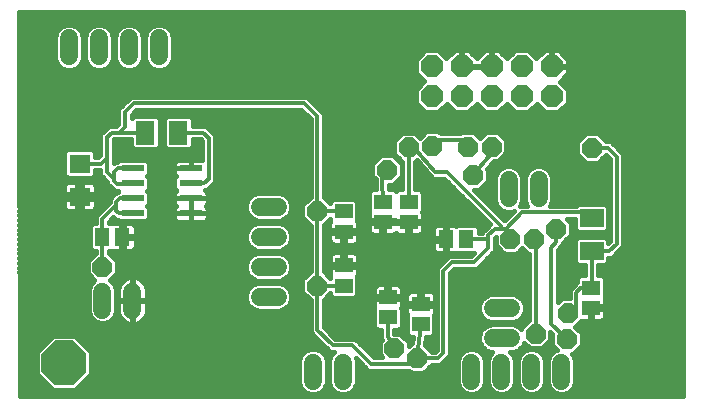
<source format=gbl>
G75*
G70*
%OFA0B0*%
%FSLAX24Y24*%
%IPPOS*%
%LPD*%
%AMOC8*
5,1,8,0,0,1.08239X$1,22.5*
%
%ADD10R,0.0787X0.0630*%
%ADD11R,0.0591X0.0512*%
%ADD12OC8,0.0740*%
%ADD13R,0.0780X0.0220*%
%ADD14R,0.0630X0.0787*%
%ADD15R,0.0709X0.0630*%
%ADD16C,0.0600*%
%ADD17R,0.0512X0.0591*%
%ADD18OC8,0.0660*%
%ADD19C,0.0160*%
%ADD20C,0.0120*%
%ADD21OC8,0.1500*%
D10*
X020223Y006487D03*
X020223Y007589D03*
D11*
X020204Y005267D03*
X020204Y004597D03*
X014526Y004715D03*
X014526Y004046D03*
X013432Y004274D03*
X013432Y004944D03*
X011963Y005337D03*
X011963Y006007D03*
X011960Y007137D03*
X011960Y007806D03*
X013263Y008137D03*
X014133Y008125D03*
X014133Y007456D03*
X013263Y007467D03*
D12*
X014897Y011645D03*
X015897Y011645D03*
X016897Y011645D03*
X017897Y011645D03*
X018897Y011645D03*
X018897Y012645D03*
X017897Y012645D03*
X016897Y012645D03*
X015897Y012645D03*
X014897Y012645D03*
D13*
X006863Y009245D03*
X006863Y008745D03*
X006863Y008245D03*
X006863Y007745D03*
X004923Y007745D03*
X004923Y008245D03*
X004923Y008745D03*
X004923Y009245D03*
D14*
X005349Y010436D03*
X006452Y010436D03*
D15*
X003160Y009404D03*
X003160Y008302D03*
D16*
X003920Y005137D02*
X003920Y004537D01*
X004920Y004537D02*
X004920Y005137D01*
X009160Y004963D02*
X009760Y004963D01*
X009760Y005963D02*
X009160Y005963D01*
X009160Y006963D02*
X009760Y006963D01*
X009760Y007963D02*
X009160Y007963D01*
X016943Y004582D02*
X017543Y004582D01*
X017543Y003582D02*
X016943Y003582D01*
X017215Y002771D02*
X017215Y002171D01*
X016215Y002171D02*
X016215Y002771D01*
X018215Y002771D02*
X018215Y002171D01*
X019215Y002171D02*
X019215Y002771D01*
X011936Y002767D02*
X011936Y002167D01*
X010936Y002167D02*
X010936Y002767D01*
X017456Y008250D02*
X017456Y008850D01*
X018456Y008850D02*
X018456Y008250D01*
X005802Y012978D02*
X005802Y013578D01*
X004802Y013578D02*
X004802Y012978D01*
X003802Y012978D02*
X003802Y013578D01*
X002802Y013578D02*
X002802Y012978D01*
D17*
X003916Y006956D03*
X004586Y006956D03*
X015369Y006885D03*
X016038Y006885D03*
D18*
X017519Y006885D03*
X018298Y006877D03*
X019042Y007235D03*
X017499Y005668D03*
X019432Y004416D03*
X019408Y003542D03*
X018361Y003731D03*
X014956Y002215D03*
X014420Y002916D03*
X013645Y003243D03*
X011826Y004089D03*
X011074Y005337D03*
X011074Y007814D03*
X013404Y009188D03*
X013294Y009952D03*
X014121Y009940D03*
X014916Y010003D03*
X016093Y009971D03*
X016893Y009971D03*
X016274Y009015D03*
X020235Y009924D03*
X003912Y005952D03*
D19*
X001159Y001669D02*
X001159Y001660D01*
X023274Y001660D01*
X023256Y014458D01*
X023256Y014458D01*
X023256Y014468D01*
X001141Y014468D01*
X001159Y001669D01*
X001159Y001669D01*
X001159Y001814D02*
X010639Y001814D01*
X010675Y001777D02*
X010844Y001707D01*
X011027Y001707D01*
X011196Y001777D01*
X011326Y001907D01*
X011396Y002076D01*
X011396Y002859D01*
X011326Y003028D01*
X011196Y003157D01*
X011027Y003227D01*
X010844Y003227D01*
X010675Y003157D01*
X010546Y003028D01*
X010476Y002859D01*
X010476Y002076D01*
X010546Y001907D01*
X010675Y001777D01*
X010519Y001973D02*
X003133Y001973D01*
X003010Y001849D02*
X003543Y002382D01*
X003543Y003136D01*
X003010Y003669D01*
X002256Y003669D01*
X001723Y003136D01*
X001723Y002382D01*
X002256Y001849D01*
X003010Y001849D01*
X003292Y002131D02*
X010476Y002131D01*
X010476Y002290D02*
X003450Y002290D01*
X003543Y002448D02*
X010476Y002448D01*
X010476Y002607D02*
X003543Y002607D01*
X003543Y002765D02*
X010476Y002765D01*
X010503Y002924D02*
X003543Y002924D01*
X003543Y003082D02*
X010600Y003082D01*
X011070Y003558D02*
X003121Y003558D01*
X003279Y003399D02*
X011229Y003399D01*
X011387Y003241D02*
X003438Y003241D01*
X003829Y004077D02*
X004012Y004077D01*
X004181Y004148D01*
X004310Y004277D01*
X004380Y004446D01*
X004380Y005229D01*
X004310Y005398D01*
X004181Y005527D01*
X004402Y005749D01*
X004402Y006155D01*
X004132Y006425D01*
X004132Y006500D01*
X004238Y006500D01*
X004241Y006503D01*
X004260Y006493D01*
X004306Y006480D01*
X004538Y006480D01*
X004538Y006908D01*
X004633Y006908D01*
X004633Y006480D01*
X004865Y006480D01*
X004911Y006493D01*
X004952Y006516D01*
X004985Y006550D01*
X005009Y006591D01*
X005021Y006637D01*
X005021Y006908D01*
X004633Y006908D01*
X004633Y007004D01*
X004538Y007004D01*
X004538Y007431D01*
X004306Y007431D01*
X004260Y007419D01*
X004241Y007408D01*
X004238Y007411D01*
X004136Y007411D01*
X004136Y007467D01*
X004284Y007615D01*
X004376Y007523D01*
X004418Y007523D01*
X004466Y007475D01*
X005379Y007475D01*
X005473Y007569D01*
X005473Y007921D01*
X005399Y007995D01*
X005473Y008069D01*
X005473Y008421D01*
X005399Y008495D01*
X005473Y008569D01*
X005473Y008921D01*
X005399Y008995D01*
X005473Y009069D01*
X005473Y009421D01*
X005379Y009515D01*
X004466Y009515D01*
X004416Y009465D01*
X004343Y009465D01*
X004290Y009412D01*
X004290Y010191D01*
X004314Y010216D01*
X004874Y010216D01*
X004874Y009976D01*
X004968Y009882D01*
X005731Y009882D01*
X005824Y009976D01*
X005824Y010896D01*
X005731Y010990D01*
X004968Y010990D01*
X004888Y010910D01*
X004888Y011034D01*
X005051Y011196D01*
X010542Y011196D01*
X010854Y010884D01*
X010854Y008287D01*
X010584Y008017D01*
X010584Y007611D01*
X010857Y007338D01*
X010854Y005811D01*
X010584Y005540D01*
X010584Y005135D01*
X010854Y004865D01*
X010854Y003774D01*
X010983Y003645D01*
X011498Y003129D01*
X011647Y003129D01*
X011546Y003028D01*
X011476Y002859D01*
X011476Y002076D01*
X011546Y001907D01*
X011675Y001777D01*
X011844Y001707D01*
X012027Y001707D01*
X012196Y001777D01*
X012326Y001907D01*
X012396Y002076D01*
X012396Y002859D01*
X012374Y002911D01*
X012782Y002503D01*
X014140Y002503D01*
X014217Y002426D01*
X014623Y002426D01*
X014893Y002696D01*
X015185Y002696D01*
X015313Y002825D01*
X015502Y003014D01*
X015502Y005746D01*
X015649Y005893D01*
X016393Y005893D01*
X016522Y006022D01*
X016998Y006498D01*
X016998Y006924D01*
X017029Y006954D01*
X017029Y006682D01*
X017316Y006395D01*
X017722Y006395D01*
X017904Y006578D01*
X018095Y006387D01*
X018141Y006387D01*
X018141Y004204D01*
X017871Y003934D01*
X017871Y003904D01*
X017804Y003972D01*
X017634Y004042D01*
X016851Y004042D01*
X016682Y003972D01*
X016553Y003842D01*
X016483Y003673D01*
X016483Y003490D01*
X016553Y003321D01*
X016682Y003192D01*
X016851Y003122D01*
X016915Y003122D01*
X016825Y003032D01*
X016755Y002863D01*
X016755Y002080D01*
X016825Y001911D01*
X016955Y001781D01*
X017124Y001711D01*
X017307Y001711D01*
X017476Y001781D01*
X017605Y001911D01*
X017675Y002080D01*
X017675Y002863D01*
X017605Y003032D01*
X017516Y003122D01*
X017634Y003122D01*
X017804Y003192D01*
X017933Y003321D01*
X017976Y003424D01*
X018158Y003241D01*
X018564Y003241D01*
X018851Y003528D01*
X018851Y003788D01*
X018918Y003721D01*
X018918Y003339D01*
X019055Y003203D01*
X018955Y003161D01*
X018825Y003032D01*
X018755Y002863D01*
X018755Y002080D01*
X018825Y001911D01*
X018955Y001781D01*
X019124Y001711D01*
X019307Y001711D01*
X019476Y001781D01*
X019605Y001911D01*
X019675Y002080D01*
X019675Y002863D01*
X019605Y003032D01*
X019585Y003052D01*
X019611Y003052D01*
X019898Y003339D01*
X019898Y003745D01*
X019676Y003967D01*
X019873Y004164D01*
X019885Y004161D01*
X020156Y004161D01*
X020156Y004549D01*
X020252Y004549D01*
X020252Y004645D01*
X020679Y004645D01*
X020679Y004877D01*
X020667Y004923D01*
X020656Y004941D01*
X020659Y004944D01*
X020659Y005589D01*
X020565Y005683D01*
X020443Y005683D01*
X020443Y006012D01*
X020683Y006012D01*
X020777Y006106D01*
X020777Y006267D01*
X020905Y006267D01*
X021149Y006511D01*
X021278Y006640D01*
X021278Y009724D01*
X020987Y010015D01*
X020858Y010144D01*
X020708Y010144D01*
X020438Y010414D01*
X020032Y010414D01*
X019745Y010127D01*
X019745Y009721D01*
X020032Y009434D01*
X020438Y009434D01*
X020692Y009688D01*
X020838Y009542D01*
X020838Y006822D01*
X020777Y006761D01*
X020777Y006868D01*
X020683Y006962D01*
X019763Y006962D01*
X019670Y006868D01*
X019670Y006106D01*
X019763Y006012D01*
X020003Y006012D01*
X020003Y005683D01*
X019842Y005683D01*
X019748Y005589D01*
X019748Y005445D01*
X019633Y005330D01*
X019488Y005185D01*
X019488Y004906D01*
X019229Y004906D01*
X019105Y004782D01*
X019105Y006511D01*
X019208Y006645D01*
X019262Y006699D01*
X019262Y006715D01*
X019272Y006728D01*
X019267Y006767D01*
X019532Y007032D01*
X019532Y007438D01*
X019416Y007554D01*
X019670Y007554D01*
X019670Y007208D01*
X019763Y007114D01*
X020683Y007114D01*
X020777Y007208D01*
X020777Y007971D01*
X020683Y008064D01*
X019763Y008064D01*
X019693Y007994D01*
X018848Y007994D01*
X018916Y008159D01*
X018916Y008942D01*
X018846Y009111D01*
X018716Y009240D01*
X018547Y009310D01*
X018364Y009310D01*
X018195Y009240D01*
X018066Y009111D01*
X017996Y008942D01*
X017996Y008159D01*
X018064Y007994D01*
X017848Y007994D01*
X017916Y008159D01*
X017916Y008942D01*
X017846Y009111D01*
X017716Y009240D01*
X017547Y009310D01*
X017364Y009310D01*
X017195Y009240D01*
X017066Y009111D01*
X016996Y008942D01*
X016996Y008159D01*
X017066Y007990D01*
X017195Y007860D01*
X017364Y007790D01*
X017547Y007790D01*
X017653Y007834D01*
X017330Y007511D01*
X017310Y007530D01*
X016316Y008525D01*
X016477Y008525D01*
X016764Y008812D01*
X016764Y009218D01*
X016749Y009233D01*
X016961Y009481D01*
X017096Y009481D01*
X017383Y009768D01*
X017383Y010174D01*
X017096Y010461D01*
X016690Y010461D01*
X016493Y010265D01*
X016296Y010461D01*
X015890Y010461D01*
X015845Y010416D01*
X015196Y010416D01*
X015119Y010493D01*
X014713Y010493D01*
X014487Y010267D01*
X014324Y010430D01*
X013918Y010430D01*
X013631Y010143D01*
X013631Y009737D01*
X013904Y009464D01*
X013910Y008541D01*
X013771Y008541D01*
X013704Y008473D01*
X013624Y008553D01*
X013476Y008553D01*
X013474Y008698D01*
X013607Y008698D01*
X013894Y008985D01*
X013894Y009391D01*
X013607Y009678D01*
X013201Y009678D01*
X012914Y009391D01*
X012914Y008985D01*
X013026Y008873D01*
X013031Y008857D01*
X013036Y008553D01*
X012901Y008553D01*
X012807Y008459D01*
X012807Y007815D01*
X012810Y007811D01*
X012800Y007793D01*
X012787Y007747D01*
X012787Y007515D01*
X013215Y007515D01*
X013215Y007419D01*
X013311Y007419D01*
X013311Y007031D01*
X013582Y007031D01*
X013627Y007044D01*
X013668Y007067D01*
X013692Y007091D01*
X013693Y007089D01*
X013727Y007056D01*
X013768Y007032D01*
X013814Y007020D01*
X014085Y007020D01*
X014085Y007408D01*
X013738Y007408D01*
X013738Y007419D01*
X013311Y007419D01*
X013311Y007515D01*
X013657Y007515D01*
X013657Y007504D01*
X014085Y007504D01*
X014085Y007408D01*
X014181Y007408D01*
X014181Y007504D01*
X014608Y007504D01*
X014608Y007735D01*
X014596Y007781D01*
X014585Y007800D01*
X014588Y007803D01*
X014588Y008447D01*
X014494Y008541D01*
X014350Y008541D01*
X014344Y009470D01*
X014387Y009513D01*
X014795Y009043D01*
X014795Y009034D01*
X014854Y008975D01*
X014908Y008912D01*
X014917Y008911D01*
X014924Y008905D01*
X015007Y008905D01*
X015090Y008899D01*
X015097Y008905D01*
X015313Y008905D01*
X016835Y007383D01*
X016687Y007235D01*
X016558Y007106D01*
X016558Y007105D01*
X016454Y007105D01*
X016454Y007246D01*
X016360Y007340D01*
X015716Y007340D01*
X015713Y007337D01*
X015694Y007348D01*
X015649Y007360D01*
X015417Y007360D01*
X015417Y006933D01*
X015321Y006933D01*
X015321Y007360D01*
X015089Y007360D01*
X015044Y007348D01*
X015003Y007324D01*
X014969Y007291D01*
X014945Y007249D01*
X014933Y007204D01*
X014933Y006933D01*
X015321Y006933D01*
X015321Y006837D01*
X014933Y006837D01*
X014933Y006566D01*
X014945Y006520D01*
X014969Y006479D01*
X015003Y006445D01*
X015044Y006422D01*
X015089Y006409D01*
X015321Y006409D01*
X015321Y006837D01*
X015417Y006837D01*
X015417Y006409D01*
X015649Y006409D01*
X015694Y006422D01*
X015713Y006433D01*
X015716Y006429D01*
X016307Y006429D01*
X016211Y006333D01*
X015467Y006333D01*
X015191Y006057D01*
X015062Y005929D01*
X015062Y003196D01*
X015002Y003136D01*
X014893Y003136D01*
X014682Y003348D01*
X014708Y003630D01*
X014888Y003630D01*
X014982Y003724D01*
X014982Y004368D01*
X014979Y004371D01*
X014989Y004390D01*
X015002Y004436D01*
X015002Y004667D01*
X015062Y004667D01*
X015002Y004667D02*
X014574Y004667D01*
X014574Y004763D01*
X014479Y004763D01*
X014478Y004763D02*
X014478Y004667D01*
X014051Y004667D01*
X013907Y004667D01*
X013907Y004664D02*
X013907Y004896D01*
X013480Y004896D01*
X013480Y004992D01*
X013384Y004992D01*
X013384Y005380D01*
X013113Y005380D01*
X013067Y005367D01*
X013026Y005344D01*
X012993Y005310D01*
X012969Y005269D01*
X012957Y005223D01*
X012957Y004992D01*
X013384Y004992D01*
X013384Y004896D01*
X012957Y004896D01*
X012957Y004664D01*
X012969Y004618D01*
X012980Y004600D01*
X012977Y004597D01*
X012977Y003952D01*
X013070Y003859D01*
X013212Y003859D01*
X013212Y003642D01*
X013196Y003582D01*
X013212Y003554D01*
X013212Y003522D01*
X013221Y003513D01*
X013155Y003446D01*
X013155Y003040D01*
X013251Y002943D01*
X012964Y002943D01*
X012467Y003440D01*
X012338Y003569D01*
X011681Y003569D01*
X011294Y003956D01*
X011294Y004865D01*
X011508Y005079D01*
X011508Y005015D01*
X011602Y004922D01*
X012325Y004922D01*
X012419Y005015D01*
X012419Y005660D01*
X012416Y005663D01*
X012426Y005681D01*
X012439Y005727D01*
X012439Y005959D01*
X012011Y005959D01*
X012011Y006055D01*
X011916Y006055D01*
X011916Y006443D01*
X011644Y006443D01*
X011599Y006430D01*
X011558Y006407D01*
X011524Y006373D01*
X011500Y006332D01*
X011488Y006286D01*
X011488Y006055D01*
X011916Y006055D01*
X011916Y005959D01*
X011488Y005959D01*
X011488Y005727D01*
X011500Y005681D01*
X011511Y005663D01*
X011508Y005660D01*
X011508Y005596D01*
X011294Y005810D01*
X011297Y007344D01*
X011504Y007551D01*
X011504Y007484D01*
X011507Y007481D01*
X011497Y007462D01*
X011484Y007416D01*
X011484Y007185D01*
X011912Y007185D01*
X011912Y007089D01*
X012007Y007089D01*
X012007Y006701D01*
X012279Y006701D01*
X012324Y006713D01*
X012365Y006737D01*
X012399Y006770D01*
X012423Y006811D01*
X012435Y006857D01*
X012435Y007089D01*
X012007Y007089D01*
X012007Y007185D01*
X012435Y007185D01*
X012435Y007416D01*
X012423Y007462D01*
X012412Y007481D01*
X012415Y007484D01*
X012415Y008128D01*
X012321Y008222D01*
X011598Y008222D01*
X011504Y008128D01*
X011504Y008076D01*
X011294Y008287D01*
X011294Y011066D01*
X011165Y011195D01*
X010853Y011507D01*
X010853Y011507D01*
X010724Y011636D01*
X004868Y011636D01*
X004577Y011345D01*
X004448Y011216D01*
X004448Y010720D01*
X004384Y010656D01*
X004132Y010656D01*
X003979Y010502D01*
X003850Y010373D01*
X001147Y010373D01*
X001147Y010215D02*
X003850Y010215D01*
X003850Y010373D02*
X003850Y009688D01*
X003786Y009624D01*
X003675Y009624D01*
X003675Y009786D01*
X003581Y009879D01*
X002740Y009879D01*
X002646Y009786D01*
X002646Y009023D01*
X002740Y008929D01*
X003581Y008929D01*
X003675Y009023D01*
X003675Y009184D01*
X003850Y009184D01*
X003850Y009026D01*
X004082Y008794D01*
X004082Y008738D01*
X004192Y008628D01*
X004321Y008499D01*
X004442Y008499D01*
X004446Y008495D01*
X004416Y008465D01*
X004406Y008465D01*
X004286Y008345D01*
X004157Y008216D01*
X004157Y008110D01*
X003696Y007649D01*
X003696Y007411D01*
X003594Y007411D01*
X003500Y007317D01*
X003500Y006594D01*
X003594Y006500D01*
X003692Y006500D01*
X003692Y006425D01*
X003422Y006155D01*
X003422Y005749D01*
X003652Y005519D01*
X003530Y005398D01*
X003460Y005229D01*
X003460Y004446D01*
X003530Y004277D01*
X003660Y004148D01*
X003829Y004077D01*
X003616Y004192D02*
X001156Y004192D01*
X001155Y004350D02*
X003500Y004350D01*
X003460Y004509D02*
X001155Y004509D01*
X001155Y004667D02*
X003460Y004667D01*
X003460Y004826D02*
X001155Y004826D01*
X001155Y004984D02*
X003460Y004984D01*
X003460Y005143D02*
X001154Y005143D01*
X001154Y005301D02*
X003490Y005301D01*
X003592Y005460D02*
X001154Y005460D01*
X001154Y005618D02*
X003553Y005618D01*
X003422Y005777D02*
X001153Y005777D01*
X001153Y005935D02*
X003422Y005935D01*
X003422Y006094D02*
X001153Y006094D01*
X001153Y006252D02*
X003520Y006252D01*
X003678Y006411D02*
X001153Y006411D01*
X001152Y006569D02*
X003525Y006569D01*
X003500Y006728D02*
X001152Y006728D01*
X001152Y006886D02*
X003500Y006886D01*
X003500Y007045D02*
X001152Y007045D01*
X001151Y007203D02*
X003500Y007203D01*
X003545Y007362D02*
X001151Y007362D01*
X001151Y007520D02*
X003696Y007520D01*
X003726Y007679D02*
X001151Y007679D01*
X001150Y007837D02*
X002706Y007837D01*
X002695Y007843D02*
X002737Y007819D01*
X002782Y007807D01*
X003083Y007807D01*
X003083Y008225D01*
X002626Y008225D01*
X002626Y007963D01*
X002638Y007918D01*
X002662Y007877D01*
X002695Y007843D01*
X002626Y007996D02*
X001150Y007996D01*
X001150Y008154D02*
X002626Y008154D01*
X002626Y008380D02*
X003083Y008380D01*
X003083Y008797D01*
X002782Y008797D01*
X002737Y008785D01*
X002695Y008761D01*
X002662Y008728D01*
X002638Y008686D01*
X002626Y008641D01*
X002626Y008380D01*
X002626Y008471D02*
X001150Y008471D01*
X001150Y008313D02*
X003083Y008313D01*
X003083Y008380D02*
X003083Y008225D01*
X003238Y008225D01*
X003238Y008380D01*
X003083Y008380D01*
X003083Y008471D02*
X003238Y008471D01*
X003238Y008380D02*
X003238Y008797D01*
X003538Y008797D01*
X003584Y008785D01*
X003625Y008761D01*
X003659Y008728D01*
X003682Y008686D01*
X003695Y008641D01*
X003695Y008380D01*
X003238Y008380D01*
X003238Y008313D02*
X004253Y008313D01*
X004157Y008154D02*
X003695Y008154D01*
X003695Y008225D02*
X003695Y007963D01*
X003682Y007918D01*
X003659Y007877D01*
X003625Y007843D01*
X003584Y007819D01*
X003538Y007807D01*
X003238Y007807D01*
X003238Y008225D01*
X003695Y008225D01*
X003695Y007996D02*
X004043Y007996D01*
X003884Y007837D02*
X003615Y007837D01*
X003238Y007837D02*
X003083Y007837D01*
X003083Y007996D02*
X003238Y007996D01*
X003238Y008154D02*
X003083Y008154D01*
X003695Y008471D02*
X004422Y008471D01*
X004191Y008630D02*
X003695Y008630D01*
X003572Y008788D02*
X004082Y008788D01*
X003929Y008947D02*
X003598Y008947D01*
X003675Y009105D02*
X003850Y009105D01*
X004290Y009422D02*
X004300Y009422D01*
X004290Y009581D02*
X007236Y009581D01*
X007236Y009535D02*
X006863Y009535D01*
X006863Y009245D01*
X006863Y009245D01*
X006863Y009535D01*
X006449Y009535D01*
X006403Y009523D01*
X006362Y009499D01*
X006329Y009465D01*
X006305Y009424D01*
X006293Y009379D01*
X006293Y009245D01*
X006863Y009245D01*
X006863Y009245D01*
X006293Y009245D01*
X006293Y009111D01*
X006305Y009065D01*
X006329Y009024D01*
X006362Y008991D01*
X006375Y008984D01*
X006313Y008921D01*
X006313Y008569D01*
X006375Y008506D01*
X006362Y008499D01*
X006329Y008465D01*
X006305Y008424D01*
X006293Y008379D01*
X006293Y008245D01*
X006863Y008245D01*
X007433Y008245D01*
X007433Y008379D01*
X007420Y008424D01*
X007397Y008465D01*
X007363Y008499D01*
X007350Y008506D01*
X007369Y008525D01*
X007407Y008525D01*
X007547Y008665D01*
X007676Y008794D01*
X007676Y010350D01*
X007498Y010527D01*
X007370Y010656D01*
X006927Y010656D01*
X006927Y010896D01*
X006833Y010990D01*
X006070Y010990D01*
X005977Y010896D01*
X005977Y009976D01*
X006070Y009882D01*
X006833Y009882D01*
X006927Y009976D01*
X006927Y010216D01*
X007187Y010216D01*
X007236Y010168D01*
X007236Y009535D01*
X007236Y009739D02*
X004290Y009739D01*
X004290Y009898D02*
X004953Y009898D01*
X004874Y010056D02*
X004290Y010056D01*
X004313Y010215D02*
X004874Y010215D01*
X004418Y010690D02*
X001146Y010690D01*
X001147Y010532D02*
X004008Y010532D01*
X004448Y010849D02*
X001146Y010849D01*
X001146Y011007D02*
X004448Y011007D01*
X004448Y011166D02*
X001146Y011166D01*
X001145Y011324D02*
X004556Y011324D01*
X004715Y011483D02*
X001145Y011483D01*
X001145Y011641D02*
X014367Y011641D01*
X014367Y011483D02*
X010878Y011483D01*
X011036Y011324D02*
X014468Y011324D01*
X014367Y011425D02*
X014677Y011115D01*
X015116Y011115D01*
X015397Y011395D01*
X015677Y011115D01*
X016116Y011115D01*
X016397Y011395D01*
X016677Y011115D01*
X017116Y011115D01*
X017397Y011395D01*
X017677Y011115D01*
X018116Y011115D01*
X018397Y011395D01*
X018677Y011115D01*
X019116Y011115D01*
X019427Y011425D01*
X019427Y011864D01*
X019160Y012130D01*
X019447Y012417D01*
X019447Y012625D01*
X018917Y012625D01*
X018917Y012665D01*
X019447Y012665D01*
X019447Y012872D01*
X019124Y013195D01*
X018917Y013195D01*
X018917Y012665D01*
X018877Y012665D01*
X018877Y013195D01*
X018669Y013195D01*
X018382Y012908D01*
X018116Y013175D01*
X017677Y013175D01*
X017411Y012908D01*
X017124Y013195D01*
X016917Y013195D01*
X016917Y012665D01*
X016877Y012665D01*
X016877Y013195D01*
X016669Y013195D01*
X016397Y012922D01*
X016124Y013195D01*
X015917Y013195D01*
X015917Y012665D01*
X015877Y012665D01*
X015877Y013195D01*
X015669Y013195D01*
X015382Y012908D01*
X015116Y013175D01*
X014677Y013175D01*
X014367Y012864D01*
X014367Y012425D01*
X014647Y012145D01*
X014367Y011864D01*
X014367Y011425D01*
X014626Y011166D02*
X011195Y011166D01*
X011165Y011195D02*
X011165Y011195D01*
X011294Y011007D02*
X023261Y011007D01*
X023261Y010849D02*
X011294Y010849D01*
X011294Y010690D02*
X023261Y010690D01*
X023261Y010532D02*
X011294Y010532D01*
X011294Y010373D02*
X013861Y010373D01*
X013703Y010215D02*
X011294Y010215D01*
X011294Y010056D02*
X013631Y010056D01*
X013631Y009898D02*
X011294Y009898D01*
X011294Y009739D02*
X013631Y009739D01*
X013705Y009581D02*
X013787Y009581D01*
X013863Y009422D02*
X013904Y009422D01*
X013894Y009264D02*
X013905Y009264D01*
X013894Y009105D02*
X013906Y009105D01*
X013907Y008947D02*
X013856Y008947D01*
X013908Y008788D02*
X013698Y008788D01*
X013909Y008630D02*
X013475Y008630D01*
X013035Y008630D02*
X011294Y008630D01*
X011294Y008788D02*
X013032Y008788D01*
X012953Y008947D02*
X011294Y008947D01*
X011294Y009105D02*
X012914Y009105D01*
X012914Y009264D02*
X011294Y009264D01*
X011294Y009422D02*
X012946Y009422D01*
X013104Y009581D02*
X011294Y009581D01*
X010854Y009581D02*
X007676Y009581D01*
X007676Y009739D02*
X010854Y009739D01*
X010854Y009898D02*
X007676Y009898D01*
X007676Y010056D02*
X010854Y010056D01*
X010854Y010215D02*
X007676Y010215D01*
X007652Y010373D02*
X010854Y010373D01*
X010854Y010532D02*
X007494Y010532D01*
X007189Y010215D02*
X006927Y010215D01*
X006927Y010056D02*
X007236Y010056D01*
X007236Y009898D02*
X006848Y009898D01*
X006863Y009422D02*
X006863Y009422D01*
X006863Y009264D02*
X006863Y009264D01*
X006293Y009264D02*
X005473Y009264D01*
X005472Y009422D02*
X006304Y009422D01*
X006294Y009105D02*
X005473Y009105D01*
X005447Y008947D02*
X006338Y008947D01*
X006313Y008788D02*
X005473Y008788D01*
X005473Y008630D02*
X006313Y008630D01*
X006334Y008471D02*
X005423Y008471D01*
X005473Y008313D02*
X006293Y008313D01*
X006293Y008245D02*
X006293Y008111D01*
X006305Y008065D01*
X006329Y008024D01*
X006358Y007995D01*
X006329Y007965D01*
X006305Y007924D01*
X006293Y007879D01*
X006293Y007745D01*
X006863Y007745D01*
X007433Y007745D01*
X007433Y007879D01*
X007420Y007924D01*
X007397Y007965D01*
X007367Y007995D01*
X007397Y008024D01*
X007420Y008065D01*
X007433Y008111D01*
X007433Y008245D01*
X006863Y008245D01*
X006863Y008245D01*
X006863Y007745D01*
X006863Y007745D01*
X007433Y007745D01*
X007433Y007611D01*
X007420Y007565D01*
X007397Y007524D01*
X007363Y007491D01*
X007322Y007467D01*
X007276Y007455D01*
X006863Y007455D01*
X006863Y007745D01*
X006863Y007745D01*
X006863Y007745D01*
X006863Y008035D01*
X006863Y008245D01*
X006863Y008245D01*
X006863Y008245D01*
X006293Y008245D01*
X006293Y008154D02*
X005473Y008154D01*
X005399Y007996D02*
X006357Y007996D01*
X006293Y007837D02*
X005473Y007837D01*
X005473Y007679D02*
X006293Y007679D01*
X006293Y007745D02*
X006293Y007611D01*
X006305Y007565D01*
X006329Y007524D01*
X006362Y007491D01*
X006403Y007467D01*
X006449Y007455D01*
X006863Y007455D01*
X006863Y007745D01*
X006863Y007745D01*
X006293Y007745D01*
X006333Y007520D02*
X005424Y007520D01*
X005009Y007320D02*
X004985Y007361D01*
X004952Y007395D01*
X004911Y007419D01*
X004865Y007431D01*
X004633Y007431D01*
X004633Y007004D01*
X005021Y007004D01*
X005021Y007275D01*
X005009Y007320D01*
X004985Y007362D02*
X008918Y007362D01*
X008899Y007353D02*
X008770Y007224D01*
X008700Y007055D01*
X008700Y006872D01*
X008770Y006703D01*
X008899Y006573D01*
X009068Y006503D01*
X009851Y006503D01*
X010020Y006573D01*
X010149Y006703D01*
X010220Y006872D01*
X010220Y007055D01*
X010149Y007224D01*
X010020Y007353D01*
X009851Y007423D01*
X009068Y007423D01*
X008899Y007353D01*
X008761Y007203D02*
X005021Y007203D01*
X005021Y007045D02*
X008700Y007045D01*
X008700Y006886D02*
X005021Y006886D01*
X005021Y006728D02*
X008759Y006728D01*
X008910Y006569D02*
X004997Y006569D01*
X004633Y006569D02*
X004538Y006569D01*
X004538Y006728D02*
X004633Y006728D01*
X004633Y006886D02*
X004538Y006886D01*
X004538Y007045D02*
X004633Y007045D01*
X004633Y007203D02*
X004538Y007203D01*
X004538Y007362D02*
X004633Y007362D01*
X004421Y007520D02*
X004189Y007520D01*
X004146Y006411D02*
X009037Y006411D01*
X009068Y006423D02*
X008899Y006353D01*
X008770Y006224D01*
X008700Y006055D01*
X008700Y005872D01*
X008770Y005703D01*
X008899Y005573D01*
X009068Y005503D01*
X009851Y005503D01*
X010020Y005573D01*
X010149Y005703D01*
X010220Y005872D01*
X010220Y006055D01*
X010149Y006224D01*
X010020Y006353D01*
X009851Y006423D01*
X009068Y006423D01*
X008798Y006252D02*
X004305Y006252D01*
X004402Y006094D02*
X008715Y006094D01*
X008700Y005935D02*
X004402Y005935D01*
X004402Y005777D02*
X008739Y005777D01*
X008854Y005618D02*
X004272Y005618D01*
X004249Y005460D02*
X004563Y005460D01*
X004554Y005450D02*
X004510Y005389D01*
X004475Y005322D01*
X004452Y005250D01*
X004440Y005175D01*
X004440Y004857D01*
X004900Y004857D01*
X004900Y004817D01*
X004940Y004817D01*
X004940Y004057D01*
X004958Y004057D01*
X005033Y004069D01*
X005104Y004093D01*
X005172Y004127D01*
X005233Y004171D01*
X005286Y004225D01*
X005331Y004286D01*
X005365Y004353D01*
X005388Y004425D01*
X005400Y004500D01*
X005400Y004817D01*
X004940Y004817D01*
X004940Y004857D01*
X005400Y004857D01*
X005400Y005175D01*
X005388Y005250D01*
X005365Y005322D01*
X005331Y005389D01*
X005286Y005450D01*
X005233Y005504D01*
X005172Y005548D01*
X005104Y005582D01*
X005033Y005606D01*
X004958Y005617D01*
X004940Y005617D01*
X004940Y004857D01*
X004900Y004857D01*
X004900Y005617D01*
X004882Y005617D01*
X004808Y005606D01*
X004736Y005582D01*
X004669Y005548D01*
X004607Y005504D01*
X004554Y005450D01*
X004469Y005301D02*
X004350Y005301D01*
X004380Y005143D02*
X004440Y005143D01*
X004440Y004984D02*
X004380Y004984D01*
X004380Y004826D02*
X004900Y004826D01*
X004900Y004817D02*
X004440Y004817D01*
X004440Y004500D01*
X004452Y004425D01*
X004475Y004353D01*
X004510Y004286D01*
X004554Y004225D01*
X004607Y004171D01*
X004669Y004127D01*
X004736Y004093D01*
X004808Y004069D01*
X004882Y004057D01*
X004900Y004057D01*
X004900Y004817D01*
X004940Y004826D02*
X008719Y004826D01*
X008700Y004872D02*
X008700Y005055D01*
X008770Y005224D01*
X008899Y005353D01*
X009068Y005423D01*
X009851Y005423D01*
X010020Y005353D01*
X010149Y005224D01*
X010220Y005055D01*
X010220Y004872D01*
X010149Y004703D01*
X010020Y004573D01*
X009851Y004503D01*
X009068Y004503D01*
X008899Y004573D01*
X008770Y004703D01*
X008700Y004872D01*
X008700Y004984D02*
X005400Y004984D01*
X005400Y005143D02*
X008736Y005143D01*
X008847Y005301D02*
X005372Y005301D01*
X005277Y005460D02*
X010584Y005460D01*
X010584Y005301D02*
X010073Y005301D01*
X010183Y005143D02*
X010584Y005143D01*
X010734Y004984D02*
X010220Y004984D01*
X010200Y004826D02*
X010854Y004826D01*
X010854Y004667D02*
X010114Y004667D01*
X009863Y004509D02*
X010854Y004509D01*
X010854Y004350D02*
X005363Y004350D01*
X005400Y004509D02*
X009056Y004509D01*
X008805Y004667D02*
X005400Y004667D01*
X004940Y004667D02*
X004900Y004667D01*
X004900Y004509D02*
X004940Y004509D01*
X004940Y004350D02*
X004900Y004350D01*
X004900Y004192D02*
X004940Y004192D01*
X004587Y004192D02*
X004225Y004192D01*
X004340Y004350D02*
X004477Y004350D01*
X004440Y004509D02*
X004380Y004509D01*
X004380Y004667D02*
X004440Y004667D01*
X004900Y004984D02*
X004940Y004984D01*
X004940Y005143D02*
X004900Y005143D01*
X004900Y005301D02*
X004940Y005301D01*
X004940Y005460D02*
X004900Y005460D01*
X005253Y004192D02*
X010854Y004192D01*
X010854Y004033D02*
X001156Y004033D01*
X001156Y003875D02*
X010854Y003875D01*
X010912Y003716D02*
X001156Y003716D01*
X001157Y003558D02*
X002145Y003558D01*
X001986Y003399D02*
X001157Y003399D01*
X001157Y003241D02*
X001828Y003241D01*
X001723Y003082D02*
X001157Y003082D01*
X001158Y002924D02*
X001723Y002924D01*
X001723Y002765D02*
X001158Y002765D01*
X001158Y002607D02*
X001723Y002607D01*
X001723Y002448D02*
X001158Y002448D01*
X001158Y002290D02*
X001815Y002290D01*
X001974Y002131D02*
X001159Y002131D01*
X001159Y001973D02*
X002132Y001973D01*
X009882Y006411D02*
X010855Y006411D01*
X010856Y006569D02*
X010009Y006569D01*
X010160Y006728D02*
X010856Y006728D01*
X010856Y006886D02*
X010220Y006886D01*
X010220Y007045D02*
X010856Y007045D01*
X010857Y007203D02*
X010158Y007203D01*
X010001Y007362D02*
X010833Y007362D01*
X010675Y007520D02*
X009891Y007520D01*
X009851Y007503D02*
X010020Y007573D01*
X010149Y007703D01*
X010220Y007872D01*
X010220Y008055D01*
X010149Y008224D01*
X010020Y008353D01*
X009851Y008423D01*
X009068Y008423D01*
X008899Y008353D01*
X008770Y008224D01*
X008700Y008055D01*
X008700Y007872D01*
X008770Y007703D01*
X008899Y007573D01*
X009068Y007503D01*
X009851Y007503D01*
X010125Y007679D02*
X010584Y007679D01*
X010584Y007837D02*
X010205Y007837D01*
X010220Y007996D02*
X010584Y007996D01*
X010721Y008154D02*
X010179Y008154D01*
X010061Y008313D02*
X010854Y008313D01*
X010854Y008471D02*
X007391Y008471D01*
X007433Y008313D02*
X008858Y008313D01*
X008741Y008154D02*
X007433Y008154D01*
X007368Y007996D02*
X008700Y007996D01*
X008714Y007837D02*
X007433Y007837D01*
X007433Y007679D02*
X008794Y007679D01*
X009028Y007520D02*
X007392Y007520D01*
X006863Y007520D02*
X006863Y007520D01*
X006863Y007679D02*
X006863Y007679D01*
X006863Y007837D02*
X006863Y007837D01*
X006863Y007996D02*
X006863Y007996D01*
X006863Y008154D02*
X006863Y008154D01*
X007512Y008630D02*
X010854Y008630D01*
X010854Y008788D02*
X007670Y008788D01*
X007676Y008947D02*
X010854Y008947D01*
X010854Y009105D02*
X007676Y009105D01*
X007676Y009264D02*
X010854Y009264D01*
X010854Y009422D02*
X007676Y009422D01*
X006055Y009898D02*
X005746Y009898D01*
X005824Y010056D02*
X005977Y010056D01*
X005977Y010215D02*
X005824Y010215D01*
X005824Y010373D02*
X005977Y010373D01*
X005977Y010532D02*
X005824Y010532D01*
X005824Y010690D02*
X005977Y010690D01*
X005977Y010849D02*
X005824Y010849D01*
X005020Y011166D02*
X010572Y011166D01*
X010731Y011007D02*
X004888Y011007D01*
X003850Y010056D02*
X001147Y010056D01*
X001148Y009898D02*
X003850Y009898D01*
X003850Y009739D02*
X003675Y009739D01*
X002646Y009739D02*
X001148Y009739D01*
X001148Y009581D02*
X002646Y009581D01*
X002646Y009422D02*
X001148Y009422D01*
X001148Y009264D02*
X002646Y009264D01*
X002646Y009105D02*
X001149Y009105D01*
X001149Y008947D02*
X002723Y008947D01*
X002749Y008788D02*
X001149Y008788D01*
X001149Y008630D02*
X002626Y008630D01*
X003083Y008630D02*
X003238Y008630D01*
X003238Y008788D02*
X003083Y008788D01*
X006927Y010690D02*
X010854Y010690D01*
X010854Y010849D02*
X006927Y010849D01*
X006063Y012588D02*
X005894Y012518D01*
X005711Y012518D01*
X005541Y012588D01*
X005412Y012718D01*
X005342Y012887D01*
X005342Y013670D01*
X005412Y013839D01*
X005541Y013968D01*
X005711Y014038D01*
X005894Y014038D01*
X006063Y013968D01*
X006192Y013839D01*
X006262Y013670D01*
X006262Y012887D01*
X006192Y012718D01*
X006063Y012588D01*
X006066Y012592D02*
X014367Y012592D01*
X014367Y012434D02*
X001144Y012434D01*
X001144Y012592D02*
X002538Y012592D01*
X002541Y012588D02*
X002711Y012518D01*
X002894Y012518D01*
X003063Y012588D01*
X003192Y012718D01*
X003262Y012887D01*
X003262Y013670D01*
X003192Y013839D01*
X003063Y013968D01*
X002894Y014038D01*
X002711Y014038D01*
X002541Y013968D01*
X002412Y013839D01*
X002342Y013670D01*
X002342Y012887D01*
X002412Y012718D01*
X002541Y012588D01*
X002399Y012751D02*
X001143Y012751D01*
X001143Y012909D02*
X002342Y012909D01*
X002342Y013068D02*
X001143Y013068D01*
X001143Y013226D02*
X002342Y013226D01*
X002342Y013385D02*
X001143Y013385D01*
X001142Y013543D02*
X002342Y013543D01*
X002355Y013702D02*
X001142Y013702D01*
X001142Y013860D02*
X002433Y013860D01*
X002662Y014019D02*
X001142Y014019D01*
X001141Y014177D02*
X023256Y014177D01*
X023256Y014019D02*
X005942Y014019D01*
X006171Y013860D02*
X023257Y013860D01*
X023257Y013702D02*
X006249Y013702D01*
X006262Y013543D02*
X023257Y013543D01*
X023257Y013385D02*
X006262Y013385D01*
X006262Y013226D02*
X023258Y013226D01*
X023258Y013068D02*
X019251Y013068D01*
X019410Y012909D02*
X023258Y012909D01*
X023258Y012751D02*
X019447Y012751D01*
X019447Y012592D02*
X023258Y012592D01*
X023259Y012434D02*
X019447Y012434D01*
X019305Y012275D02*
X023259Y012275D01*
X023259Y012117D02*
X019174Y012117D01*
X019333Y011958D02*
X023259Y011958D01*
X023260Y011800D02*
X019427Y011800D01*
X019427Y011641D02*
X023260Y011641D01*
X023260Y011483D02*
X019427Y011483D01*
X019326Y011324D02*
X023260Y011324D01*
X023261Y011166D02*
X019167Y011166D01*
X018626Y011166D02*
X018167Y011166D01*
X018326Y011324D02*
X018468Y011324D01*
X017626Y011166D02*
X017167Y011166D01*
X017326Y011324D02*
X017468Y011324D01*
X016626Y011166D02*
X016167Y011166D01*
X016326Y011324D02*
X016468Y011324D01*
X015626Y011166D02*
X015167Y011166D01*
X015326Y011324D02*
X015468Y011324D01*
X014460Y011958D02*
X001145Y011958D01*
X001145Y011800D02*
X014367Y011800D01*
X014619Y012117D02*
X001144Y012117D01*
X001144Y012275D02*
X014517Y012275D01*
X014367Y012751D02*
X006206Y012751D01*
X006262Y012909D02*
X014411Y012909D01*
X014570Y013068D02*
X006262Y013068D01*
X005538Y012592D02*
X005066Y012592D01*
X005063Y012588D02*
X005192Y012718D01*
X005262Y012887D01*
X005262Y013670D01*
X005192Y013839D01*
X005063Y013968D01*
X004894Y014038D01*
X004711Y014038D01*
X004541Y013968D01*
X004412Y013839D01*
X004342Y013670D01*
X004342Y012887D01*
X004412Y012718D01*
X004541Y012588D01*
X004711Y012518D01*
X004894Y012518D01*
X005063Y012588D01*
X005206Y012751D02*
X005399Y012751D01*
X005342Y012909D02*
X005262Y012909D01*
X005262Y013068D02*
X005342Y013068D01*
X005342Y013226D02*
X005262Y013226D01*
X005262Y013385D02*
X005342Y013385D01*
X005342Y013543D02*
X005262Y013543D01*
X005249Y013702D02*
X005355Y013702D01*
X005433Y013860D02*
X005171Y013860D01*
X004942Y014019D02*
X005662Y014019D01*
X004662Y014019D02*
X003942Y014019D01*
X003894Y014038D02*
X003711Y014038D01*
X003541Y013968D01*
X003412Y013839D01*
X003342Y013670D01*
X003342Y012887D01*
X003412Y012718D01*
X003541Y012588D01*
X003711Y012518D01*
X003894Y012518D01*
X004063Y012588D01*
X004192Y012718D01*
X004262Y012887D01*
X004262Y013670D01*
X004192Y013839D01*
X004063Y013968D01*
X003894Y014038D01*
X003662Y014019D02*
X002942Y014019D01*
X003171Y013860D02*
X003433Y013860D01*
X003355Y013702D02*
X003249Y013702D01*
X003262Y013543D02*
X003342Y013543D01*
X003342Y013385D02*
X003262Y013385D01*
X003262Y013226D02*
X003342Y013226D01*
X003342Y013068D02*
X003262Y013068D01*
X003262Y012909D02*
X003342Y012909D01*
X003399Y012751D02*
X003206Y012751D01*
X003066Y012592D02*
X003538Y012592D01*
X004066Y012592D02*
X004538Y012592D01*
X004399Y012751D02*
X004206Y012751D01*
X004262Y012909D02*
X004342Y012909D01*
X004342Y013068D02*
X004262Y013068D01*
X004262Y013226D02*
X004342Y013226D01*
X004342Y013385D02*
X004262Y013385D01*
X004262Y013543D02*
X004342Y013543D01*
X004355Y013702D02*
X004249Y013702D01*
X004171Y013860D02*
X004433Y013860D01*
X001141Y014336D02*
X023256Y014336D01*
X018917Y013068D02*
X018877Y013068D01*
X018877Y012909D02*
X018917Y012909D01*
X018917Y012751D02*
X018877Y012751D01*
X018542Y013068D02*
X018223Y013068D01*
X018382Y012909D02*
X018383Y012909D01*
X017570Y013068D02*
X017251Y013068D01*
X017410Y012909D02*
X017411Y012909D01*
X016917Y012909D02*
X016877Y012909D01*
X016877Y012751D02*
X016917Y012751D01*
X016877Y012665D02*
X016877Y012625D01*
X016347Y012625D01*
X015917Y012625D01*
X015917Y012665D01*
X016877Y012665D01*
X016877Y013068D02*
X016917Y013068D01*
X016542Y013068D02*
X016251Y013068D01*
X015917Y013068D02*
X015877Y013068D01*
X015877Y012909D02*
X015917Y012909D01*
X015917Y012751D02*
X015877Y012751D01*
X015542Y013068D02*
X015223Y013068D01*
X015382Y012909D02*
X015383Y012909D01*
X014593Y010373D02*
X014381Y010373D01*
X014344Y009422D02*
X014466Y009422D01*
X014345Y009264D02*
X014604Y009264D01*
X014741Y009105D02*
X014346Y009105D01*
X014347Y008947D02*
X014878Y008947D01*
X014348Y008788D02*
X015430Y008788D01*
X015589Y008630D02*
X014349Y008630D01*
X014564Y008471D02*
X015747Y008471D01*
X015906Y008313D02*
X014588Y008313D01*
X014588Y008154D02*
X016064Y008154D01*
X016223Y007996D02*
X014588Y007996D01*
X014588Y007837D02*
X016381Y007837D01*
X016540Y007679D02*
X014608Y007679D01*
X014608Y007520D02*
X016698Y007520D01*
X016814Y007362D02*
X014608Y007362D01*
X014608Y007408D02*
X014181Y007408D01*
X014181Y007020D01*
X014452Y007020D01*
X014498Y007032D01*
X014539Y007056D01*
X014572Y007089D01*
X014596Y007130D01*
X014608Y007176D01*
X014608Y007408D01*
X014181Y007362D02*
X014085Y007362D01*
X014085Y007203D02*
X014181Y007203D01*
X014181Y007045D02*
X014085Y007045D01*
X013746Y007045D02*
X013629Y007045D01*
X013311Y007045D02*
X013215Y007045D01*
X013215Y007031D02*
X013215Y007419D01*
X012787Y007419D01*
X012787Y007188D01*
X012800Y007142D01*
X012823Y007101D01*
X012857Y007067D01*
X012898Y007044D01*
X012944Y007031D01*
X013215Y007031D01*
X013215Y007203D02*
X013311Y007203D01*
X013311Y007362D02*
X013215Y007362D01*
X012787Y007362D02*
X012435Y007362D01*
X012435Y007203D02*
X012787Y007203D01*
X012897Y007045D02*
X012435Y007045D01*
X012435Y006886D02*
X015321Y006886D01*
X015321Y006728D02*
X015417Y006728D01*
X015417Y006569D02*
X015321Y006569D01*
X015321Y006411D02*
X015417Y006411D01*
X015386Y006252D02*
X012439Y006252D01*
X012439Y006286D02*
X012426Y006332D01*
X012403Y006373D01*
X012369Y006407D01*
X012328Y006430D01*
X012282Y006443D01*
X012011Y006443D01*
X012011Y006055D01*
X012439Y006055D01*
X012439Y006286D01*
X012363Y006411D02*
X015085Y006411D01*
X014933Y006569D02*
X011296Y006569D01*
X011295Y006411D02*
X011564Y006411D01*
X011488Y006252D02*
X011295Y006252D01*
X011295Y006094D02*
X011488Y006094D01*
X011488Y005935D02*
X011295Y005935D01*
X011328Y005777D02*
X011488Y005777D01*
X011486Y005618D02*
X011508Y005618D01*
X011916Y006094D02*
X012011Y006094D01*
X012011Y006252D02*
X011916Y006252D01*
X011916Y006411D02*
X012011Y006411D01*
X011912Y006701D02*
X011641Y006701D01*
X011595Y006713D01*
X011554Y006737D01*
X011520Y006770D01*
X011497Y006811D01*
X011484Y006857D01*
X011484Y007089D01*
X011912Y007089D01*
X011912Y006701D01*
X011912Y006728D02*
X012007Y006728D01*
X012007Y006886D02*
X011912Y006886D01*
X011912Y007045D02*
X012007Y007045D01*
X012349Y006728D02*
X014933Y006728D01*
X014933Y007045D02*
X014519Y007045D01*
X014608Y007203D02*
X014933Y007203D01*
X015321Y007203D02*
X015417Y007203D01*
X015417Y007045D02*
X015321Y007045D01*
X015653Y006411D02*
X016288Y006411D01*
X016594Y006094D02*
X018141Y006094D01*
X018141Y006252D02*
X016752Y006252D01*
X016911Y006411D02*
X017300Y006411D01*
X017141Y006569D02*
X016998Y006569D01*
X016998Y006728D02*
X017029Y006728D01*
X017029Y006886D02*
X016998Y006886D01*
X016656Y007203D02*
X016454Y007203D01*
X017162Y007679D02*
X017497Y007679D01*
X017339Y007520D02*
X017320Y007520D01*
X017251Y007837D02*
X017003Y007837D01*
X017063Y007996D02*
X016845Y007996D01*
X016997Y008154D02*
X016686Y008154D01*
X016528Y008313D02*
X016996Y008313D01*
X016996Y008471D02*
X016369Y008471D01*
X016582Y008630D02*
X016996Y008630D01*
X016996Y008788D02*
X016741Y008788D01*
X016764Y008947D02*
X016998Y008947D01*
X017063Y009105D02*
X016764Y009105D01*
X016775Y009264D02*
X017252Y009264D01*
X016910Y009422D02*
X020838Y009422D01*
X020838Y009264D02*
X018660Y009264D01*
X018848Y009105D02*
X020838Y009105D01*
X020838Y008947D02*
X018914Y008947D01*
X018916Y008788D02*
X020838Y008788D01*
X020838Y008630D02*
X018916Y008630D01*
X018916Y008471D02*
X020838Y008471D01*
X020838Y008313D02*
X018916Y008313D01*
X018914Y008154D02*
X020838Y008154D01*
X020838Y007996D02*
X020752Y007996D01*
X020777Y007837D02*
X020838Y007837D01*
X020838Y007679D02*
X020777Y007679D01*
X020777Y007520D02*
X020838Y007520D01*
X020838Y007362D02*
X020777Y007362D01*
X020772Y007203D02*
X020838Y007203D01*
X020838Y007045D02*
X019532Y007045D01*
X019532Y007203D02*
X019675Y007203D01*
X019670Y007362D02*
X019532Y007362D01*
X019450Y007520D02*
X019670Y007520D01*
X019694Y007996D02*
X018848Y007996D01*
X018063Y007996D02*
X017848Y007996D01*
X017914Y008154D02*
X017997Y008154D01*
X017996Y008313D02*
X017916Y008313D01*
X017916Y008471D02*
X017996Y008471D01*
X017996Y008630D02*
X017916Y008630D01*
X017916Y008788D02*
X017996Y008788D01*
X017998Y008947D02*
X017914Y008947D01*
X017848Y009105D02*
X018063Y009105D01*
X018252Y009264D02*
X017660Y009264D01*
X017195Y009581D02*
X019886Y009581D01*
X019745Y009739D02*
X017353Y009739D01*
X017383Y009898D02*
X019745Y009898D01*
X019745Y010056D02*
X017383Y010056D01*
X017342Y010215D02*
X019833Y010215D01*
X019991Y010373D02*
X017184Y010373D01*
X016601Y010373D02*
X016385Y010373D01*
X012820Y008471D02*
X011294Y008471D01*
X011294Y008313D02*
X012807Y008313D01*
X012807Y008154D02*
X012389Y008154D01*
X012415Y007996D02*
X012807Y007996D01*
X012807Y007837D02*
X012415Y007837D01*
X012415Y007679D02*
X012787Y007679D01*
X012787Y007520D02*
X012415Y007520D01*
X011504Y007520D02*
X011473Y007520D01*
X011484Y007362D02*
X011314Y007362D01*
X011297Y007203D02*
X011484Y007203D01*
X011484Y007045D02*
X011296Y007045D01*
X011296Y006886D02*
X011484Y006886D01*
X011570Y006728D02*
X011296Y006728D01*
X010855Y006252D02*
X010122Y006252D01*
X010204Y006094D02*
X010855Y006094D01*
X010855Y005935D02*
X010220Y005935D01*
X010180Y005777D02*
X010820Y005777D01*
X010661Y005618D02*
X010065Y005618D01*
X011294Y004826D02*
X012957Y004826D01*
X012957Y004667D02*
X011294Y004667D01*
X011294Y004509D02*
X012977Y004509D01*
X012977Y004350D02*
X011294Y004350D01*
X011294Y004192D02*
X012977Y004192D01*
X012977Y004033D02*
X011294Y004033D01*
X011375Y003875D02*
X013054Y003875D01*
X013212Y003716D02*
X011534Y003716D01*
X012350Y003558D02*
X013210Y003558D01*
X013155Y003399D02*
X012508Y003399D01*
X012667Y003241D02*
X013155Y003241D01*
X013155Y003082D02*
X012825Y003082D01*
X012520Y002765D02*
X012396Y002765D01*
X012396Y002607D02*
X012679Y002607D01*
X012396Y002448D02*
X014195Y002448D01*
X014645Y002448D02*
X015755Y002448D01*
X015755Y002290D02*
X012396Y002290D01*
X012396Y002131D02*
X015755Y002131D01*
X015755Y002080D02*
X015825Y001911D01*
X015955Y001781D01*
X016124Y001711D01*
X016307Y001711D01*
X016476Y001781D01*
X016605Y001911D01*
X016675Y002080D01*
X016675Y002863D01*
X016605Y003032D01*
X016476Y003161D01*
X016307Y003231D01*
X016124Y003231D01*
X015955Y003161D01*
X015825Y003032D01*
X015755Y002863D01*
X015755Y002080D01*
X015800Y001973D02*
X012353Y001973D01*
X012233Y001814D02*
X015922Y001814D01*
X016509Y001814D02*
X016922Y001814D01*
X016800Y001973D02*
X016631Y001973D01*
X016675Y002131D02*
X016755Y002131D01*
X016755Y002290D02*
X016675Y002290D01*
X016675Y002448D02*
X016755Y002448D01*
X016755Y002607D02*
X016675Y002607D01*
X016675Y002765D02*
X016755Y002765D01*
X016781Y002924D02*
X016650Y002924D01*
X016555Y003082D02*
X016876Y003082D01*
X016634Y003241D02*
X015502Y003241D01*
X015502Y003399D02*
X016521Y003399D01*
X016483Y003558D02*
X015502Y003558D01*
X015502Y003716D02*
X016501Y003716D01*
X016585Y003875D02*
X015502Y003875D01*
X015502Y004033D02*
X016831Y004033D01*
X016851Y004122D02*
X017634Y004122D01*
X017804Y004192D01*
X017933Y004321D01*
X018003Y004490D01*
X018003Y004673D01*
X017933Y004842D01*
X017804Y004972D01*
X017634Y005042D01*
X016851Y005042D01*
X016682Y004972D01*
X016553Y004842D01*
X016483Y004673D01*
X016483Y004490D01*
X016553Y004321D01*
X016682Y004192D01*
X016851Y004122D01*
X016683Y004192D02*
X015502Y004192D01*
X015502Y004350D02*
X016541Y004350D01*
X016483Y004509D02*
X015502Y004509D01*
X015502Y004667D02*
X016483Y004667D01*
X016546Y004826D02*
X015502Y004826D01*
X015502Y004984D02*
X016713Y004984D01*
X017773Y004984D02*
X018141Y004984D01*
X018141Y004826D02*
X017940Y004826D01*
X018003Y004667D02*
X018141Y004667D01*
X018141Y004509D02*
X018003Y004509D01*
X017945Y004350D02*
X018141Y004350D01*
X018128Y004192D02*
X017803Y004192D01*
X017655Y004033D02*
X017970Y004033D01*
X018851Y003716D02*
X018918Y003716D01*
X018918Y003558D02*
X018851Y003558D01*
X018918Y003399D02*
X018722Y003399D01*
X019017Y003241D02*
X017852Y003241D01*
X017955Y003161D02*
X017825Y003032D01*
X017755Y002863D01*
X017755Y002080D01*
X017825Y001911D01*
X017955Y001781D01*
X018124Y001711D01*
X018307Y001711D01*
X018476Y001781D01*
X018605Y001911D01*
X018675Y002080D01*
X018675Y002863D01*
X018605Y003032D01*
X018476Y003161D01*
X018307Y003231D01*
X018124Y003231D01*
X017955Y003161D01*
X017876Y003082D02*
X017555Y003082D01*
X017650Y002924D02*
X017781Y002924D01*
X017755Y002765D02*
X017675Y002765D01*
X017675Y002607D02*
X017755Y002607D01*
X017755Y002448D02*
X017675Y002448D01*
X017675Y002290D02*
X017755Y002290D01*
X017755Y002131D02*
X017675Y002131D01*
X017631Y001973D02*
X017800Y001973D01*
X017922Y001814D02*
X017509Y001814D01*
X018509Y001814D02*
X018922Y001814D01*
X018800Y001973D02*
X018631Y001973D01*
X018675Y002131D02*
X018755Y002131D01*
X018755Y002290D02*
X018675Y002290D01*
X018675Y002448D02*
X018755Y002448D01*
X018755Y002607D02*
X018675Y002607D01*
X018675Y002765D02*
X018755Y002765D01*
X018781Y002924D02*
X018650Y002924D01*
X018555Y003082D02*
X018876Y003082D01*
X018000Y003399D02*
X017965Y003399D01*
X019641Y003082D02*
X023272Y003082D01*
X023272Y002924D02*
X019650Y002924D01*
X019675Y002765D02*
X023273Y002765D01*
X023273Y002607D02*
X019675Y002607D01*
X019675Y002448D02*
X023273Y002448D01*
X023273Y002290D02*
X019675Y002290D01*
X019675Y002131D02*
X023273Y002131D01*
X023274Y001973D02*
X019631Y001973D01*
X019509Y001814D02*
X023274Y001814D01*
X023272Y003241D02*
X019800Y003241D01*
X019898Y003399D02*
X023272Y003399D01*
X023271Y003558D02*
X019898Y003558D01*
X019898Y003716D02*
X023271Y003716D01*
X023271Y003875D02*
X019769Y003875D01*
X019742Y004033D02*
X023271Y004033D01*
X023270Y004192D02*
X020599Y004192D01*
X020609Y004197D02*
X020643Y004231D01*
X020667Y004272D01*
X020679Y004318D01*
X020679Y004549D01*
X020252Y004549D01*
X020252Y004161D01*
X020523Y004161D01*
X020568Y004174D01*
X020609Y004197D01*
X020679Y004350D02*
X023270Y004350D01*
X023270Y004509D02*
X020679Y004509D01*
X020679Y004667D02*
X023270Y004667D01*
X023270Y004826D02*
X020679Y004826D01*
X020659Y004984D02*
X023269Y004984D01*
X023269Y005143D02*
X020659Y005143D01*
X020659Y005301D02*
X023269Y005301D01*
X023269Y005460D02*
X020659Y005460D01*
X020630Y005618D02*
X023268Y005618D01*
X023268Y005777D02*
X020443Y005777D01*
X020443Y005935D02*
X023268Y005935D01*
X023268Y006094D02*
X020765Y006094D01*
X020777Y006252D02*
X023268Y006252D01*
X023267Y006411D02*
X021048Y006411D01*
X021207Y006569D02*
X023267Y006569D01*
X023267Y006728D02*
X021278Y006728D01*
X021278Y006886D02*
X023267Y006886D01*
X023266Y007045D02*
X021278Y007045D01*
X021278Y007203D02*
X023266Y007203D01*
X023266Y007362D02*
X021278Y007362D01*
X021278Y007520D02*
X023266Y007520D01*
X023266Y007679D02*
X021278Y007679D01*
X021278Y007837D02*
X023265Y007837D01*
X023265Y007996D02*
X021278Y007996D01*
X021278Y008154D02*
X023265Y008154D01*
X023265Y008313D02*
X021278Y008313D01*
X021278Y008471D02*
X023264Y008471D01*
X023264Y008630D02*
X021278Y008630D01*
X021278Y008788D02*
X023264Y008788D01*
X023264Y008947D02*
X021278Y008947D01*
X021278Y009105D02*
X023263Y009105D01*
X023263Y009264D02*
X021278Y009264D01*
X021278Y009422D02*
X023263Y009422D01*
X023263Y009581D02*
X021278Y009581D01*
X021263Y009739D02*
X023263Y009739D01*
X023262Y009898D02*
X021104Y009898D01*
X020946Y010056D02*
X023262Y010056D01*
X023262Y010215D02*
X020638Y010215D01*
X020479Y010373D02*
X023262Y010373D01*
X020799Y009581D02*
X020584Y009581D01*
X020759Y006886D02*
X020838Y006886D01*
X019687Y006886D02*
X019386Y006886D01*
X019272Y006728D02*
X019670Y006728D01*
X019670Y006569D02*
X019150Y006569D01*
X019105Y006411D02*
X019670Y006411D01*
X019670Y006252D02*
X019105Y006252D01*
X019105Y006094D02*
X019682Y006094D01*
X020003Y005935D02*
X019105Y005935D01*
X019105Y005777D02*
X020003Y005777D01*
X019778Y005618D02*
X019105Y005618D01*
X019105Y005460D02*
X019748Y005460D01*
X019604Y005301D02*
X019105Y005301D01*
X019105Y005143D02*
X019488Y005143D01*
X019488Y004984D02*
X019105Y004984D01*
X019105Y004826D02*
X019148Y004826D01*
X020156Y004509D02*
X020252Y004509D01*
X020252Y004350D02*
X020156Y004350D01*
X020156Y004192D02*
X020252Y004192D01*
X018141Y005143D02*
X015502Y005143D01*
X015502Y005301D02*
X018141Y005301D01*
X018141Y005460D02*
X015502Y005460D01*
X015502Y005618D02*
X018141Y005618D01*
X018141Y005777D02*
X015533Y005777D01*
X015227Y006094D02*
X012439Y006094D01*
X012439Y005935D02*
X015069Y005935D01*
X015062Y005777D02*
X012439Y005777D01*
X012419Y005618D02*
X015062Y005618D01*
X015062Y005460D02*
X012419Y005460D01*
X012419Y005301D02*
X012987Y005301D01*
X012957Y005143D02*
X012419Y005143D01*
X012387Y004984D02*
X013384Y004984D01*
X013480Y004984D02*
X014051Y004984D01*
X014051Y004995D02*
X014051Y004763D01*
X014478Y004763D01*
X014479Y004763D02*
X014479Y005151D01*
X014207Y005151D01*
X014162Y005139D01*
X014121Y005115D01*
X014087Y005082D01*
X014063Y005041D01*
X014051Y004995D01*
X013907Y004992D02*
X013907Y005223D01*
X013895Y005269D01*
X013871Y005310D01*
X013838Y005344D01*
X013797Y005367D01*
X013751Y005380D01*
X013480Y005380D01*
X013480Y004992D01*
X013907Y004992D01*
X013907Y005143D02*
X014175Y005143D01*
X014479Y005143D02*
X014574Y005143D01*
X014574Y005151D02*
X014574Y004763D01*
X015002Y004763D01*
X015002Y004995D01*
X014989Y005041D01*
X014966Y005082D01*
X014932Y005115D01*
X014891Y005139D01*
X014845Y005151D01*
X014574Y005151D01*
X014574Y004984D02*
X014479Y004984D01*
X014479Y004826D02*
X014574Y004826D01*
X015002Y004826D02*
X015062Y004826D01*
X015062Y004984D02*
X015002Y004984D01*
X015062Y005143D02*
X014878Y005143D01*
X015062Y005301D02*
X013877Y005301D01*
X013480Y005301D02*
X013384Y005301D01*
X013384Y005143D02*
X013480Y005143D01*
X013907Y004826D02*
X014051Y004826D01*
X014051Y004667D02*
X014051Y004436D01*
X014063Y004390D01*
X014074Y004371D01*
X014071Y004368D01*
X014071Y003724D01*
X014165Y003630D01*
X014266Y003630D01*
X014245Y003406D01*
X014217Y003406D01*
X014135Y003324D01*
X014135Y003446D01*
X013848Y003733D01*
X013652Y003733D01*
X013652Y003859D01*
X013794Y003859D01*
X013887Y003952D01*
X013887Y004597D01*
X013884Y004600D01*
X013895Y004618D01*
X013907Y004664D01*
X013887Y004509D02*
X014051Y004509D01*
X014071Y004350D02*
X013887Y004350D01*
X013887Y004192D02*
X014071Y004192D01*
X014071Y004033D02*
X013887Y004033D01*
X013809Y003875D02*
X014071Y003875D01*
X014079Y003716D02*
X013865Y003716D01*
X014023Y003558D02*
X014260Y003558D01*
X014210Y003399D02*
X014135Y003399D01*
X014687Y003399D02*
X015062Y003399D01*
X015062Y003241D02*
X014789Y003241D01*
X014701Y003558D02*
X015062Y003558D01*
X015062Y003716D02*
X014974Y003716D01*
X014982Y003875D02*
X015062Y003875D01*
X015062Y004033D02*
X014982Y004033D01*
X014982Y004192D02*
X015062Y004192D01*
X015062Y004350D02*
X014982Y004350D01*
X015002Y004509D02*
X015062Y004509D01*
X015502Y003082D02*
X015876Y003082D01*
X015781Y002924D02*
X015412Y002924D01*
X015253Y002765D02*
X015755Y002765D01*
X015755Y002607D02*
X014803Y002607D01*
X011600Y003082D02*
X011272Y003082D01*
X011369Y002924D02*
X011503Y002924D01*
X011476Y002765D02*
X011396Y002765D01*
X011396Y002607D02*
X011476Y002607D01*
X011476Y002448D02*
X011396Y002448D01*
X011396Y002290D02*
X011476Y002290D01*
X011476Y002131D02*
X011396Y002131D01*
X011353Y001973D02*
X011519Y001973D01*
X011639Y001814D02*
X011233Y001814D01*
X011413Y004984D02*
X011539Y004984D01*
X016435Y005935D02*
X018141Y005935D01*
X018071Y006411D02*
X017737Y006411D01*
X017896Y006569D02*
X017913Y006569D01*
X011530Y008154D02*
X011427Y008154D01*
D20*
X011074Y007814D02*
X011078Y007778D01*
X011074Y005337D01*
X011074Y003865D01*
X011589Y003349D01*
X012247Y003349D01*
X012873Y002723D01*
X014334Y002723D01*
X014420Y002916D01*
X014526Y004046D01*
X013432Y004274D02*
X013432Y003613D01*
X013645Y003243D01*
X014420Y002916D02*
X015093Y002916D01*
X015282Y003105D01*
X015282Y005837D01*
X015558Y006113D01*
X016302Y006113D01*
X016778Y006589D01*
X016778Y006920D01*
X016743Y006885D01*
X016038Y006885D01*
X016778Y006920D02*
X016778Y007015D01*
X016991Y007227D01*
X017219Y007227D01*
X017219Y007310D01*
X015404Y009125D01*
X015015Y009125D01*
X014353Y009889D01*
X014121Y009940D01*
X014133Y008125D01*
X013263Y008137D02*
X013251Y008893D01*
X013404Y009188D01*
X014916Y010003D02*
X015129Y010196D01*
X015987Y010196D01*
X016086Y010097D01*
X016093Y009971D01*
X016893Y009971D02*
X016885Y009731D01*
X016274Y009015D01*
X017904Y007774D02*
X017357Y007227D01*
X017219Y007227D01*
X017357Y007227D02*
X017519Y007066D01*
X017519Y006885D01*
X018298Y006877D02*
X018361Y006680D01*
X018361Y003731D01*
X018885Y004066D02*
X018885Y006586D01*
X019042Y006790D01*
X019042Y007235D01*
X020038Y007774D02*
X017904Y007774D01*
X020038Y007774D02*
X020223Y007589D01*
X021058Y006731D02*
X021058Y009633D01*
X020767Y009924D01*
X020235Y009924D01*
X021058Y006731D02*
X020814Y006487D01*
X020223Y006487D01*
X020223Y005267D01*
X020204Y005267D01*
X020176Y005239D01*
X019853Y005239D01*
X019708Y005093D01*
X019708Y004515D01*
X019609Y004416D01*
X019432Y004416D01*
X018885Y004066D02*
X019408Y003542D01*
X011963Y005337D02*
X011074Y005337D01*
X011074Y007814D02*
X011074Y010975D01*
X010633Y011416D01*
X004960Y011416D01*
X004668Y011125D01*
X004668Y010629D01*
X004475Y010436D01*
X004223Y010436D01*
X004070Y010282D01*
X004070Y009597D01*
X003877Y009404D01*
X003160Y009404D01*
X004070Y009597D02*
X004070Y009117D01*
X004302Y008885D01*
X004302Y008830D01*
X004412Y008719D01*
X004897Y008719D01*
X004923Y008745D01*
X004302Y008885D02*
X004302Y009113D01*
X004434Y009245D01*
X004923Y009245D01*
X004923Y008245D02*
X004497Y008245D01*
X004377Y008125D01*
X004377Y008019D01*
X003916Y007558D01*
X003916Y006956D01*
X003912Y006956D01*
X003912Y005952D01*
X004467Y007743D02*
X004921Y007743D01*
X004923Y007745D01*
X004467Y007743D02*
X004377Y007834D01*
X004377Y008019D01*
X006863Y008745D02*
X007316Y008745D01*
X007456Y008885D01*
X007456Y010259D01*
X007278Y010436D01*
X006452Y010436D01*
X005349Y010436D02*
X004475Y010436D01*
X011074Y007814D02*
X011956Y007810D01*
X011960Y007806D01*
D21*
X002633Y002759D03*
M02*

</source>
